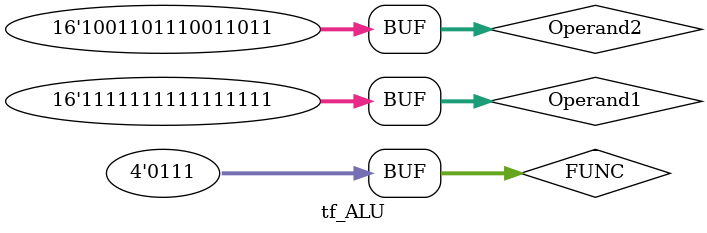
<source format=v>
`timescale 1ns / 1ps


module tf_ALU;

	// Inputs
	reg [15:0] Operand1;
	reg [15:0] Operand2;
	reg [3:0] FUNC;

	// Outputs
	wire [15:0] Result;
	wire ZF;

	// Instantiate the Unit Under Test (UUT)
	ALU uut (
		.Operand1(Operand1), 
		.Operand2(Operand2), 
		.FUNC(FUNC), 
		.Result(Result),
		.ZF(ZF)
	);

	initial begin
		// Initialize Inputs
		Operand1 = 0;
		Operand2 = 0;
		FUNC = 0;

		// Wait 100 ns for global reset to finish
		#100;
        
		// Add stimulus here
		FUNC = 0;
		Operand1 = 5;
		Operand2 = 10;
		
		#10
		FUNC = 1;
		Operand1 = 12;
		Operand2 = 6;
		
		#10
		FUNC = 1;
		Operand1 = 6;
		Operand2 = 12;
		
		#10
		FUNC = 2;
		Operand1 = 16'b0101010101010101;
		Operand2 = 16'b1010101010101010;
		
		#10
		FUNC = 3;
		
		#10
		FUNC = 4;
		Operand1 = 16'b1111000011110000;
		
		#10
		FUNC = 5;
		Operand1 = 16'b1101101011011010;
		Operand2 = 16'b1001101110011011;
		
		#10 
		FUNC = 6;
		Operand1 = 16'b1111111111111111;
		
		#10
		FUNC = 7;

	end
      
endmodule


</source>
